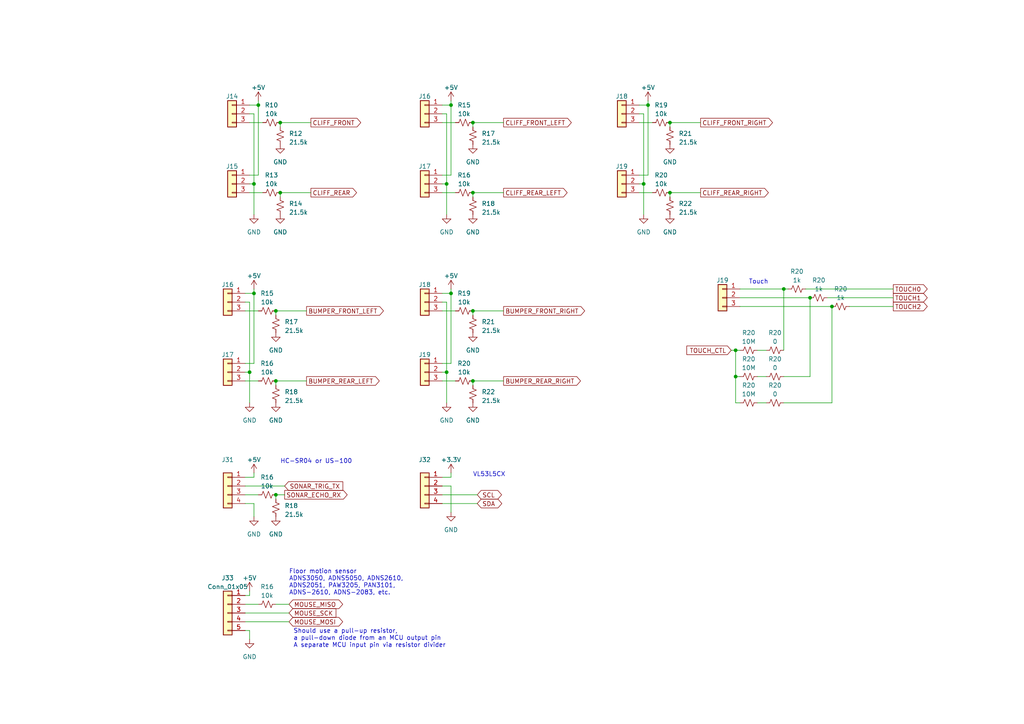
<source format=kicad_sch>
(kicad_sch (version 20230121) (generator eeschema)
  (paper "A4")
  (title_block (title "Sensors"))
  (lib_symbols
    (symbol "Connector_Generic:Conn_01x03" (pin_names (offset 1.016) hide)
      (property "Reference" "J" (at 0 5.08 0))
      (property "Value" "Conn_01x03" (at 0 -5.08 0))
      (symbol "Conn_01x03_1_1"
        (rectangle (start -1.27 -2.413) (end 0 -2.667) (stroke (width 0.1524)))
        (rectangle (start -1.27 0.127) (end 0 -0.127) (stroke (width 0.1524)))
        (rectangle (start -1.27 2.667) (end 0 2.413) (stroke (width 0.1524)))
        (rectangle (start -1.27 3.81) (end 1.27 -3.81) (stroke (width 0.254)) (fill (type background)))
        (pin passive line (at -5.08 2.54 0) (length 3.81) (name "Pin_1") (number "1"))
        (pin passive line (at -5.08 0 0) (length 3.81) (name "Pin_2") (number "2"))
        (pin passive line (at -5.08 -2.54 0) (length 3.81) (name "Pin_3") (number "3"))
      )
    )
    (symbol "Connector_Generic:Conn_01x04" (pin_names (offset 1.016) hide)
      (property "Reference" "J" (at 0 5.08 0))
      (property "Value" "Conn_01x04" (at 0 -7.62 0))
      (symbol "Conn_01x04_1_1"
        (rectangle (start -1.27 -4.953) (end 0 -5.207) (stroke (width 0.1524)))
        (rectangle (start -1.27 -2.413) (end 0 -2.667) (stroke (width 0.1524)))
        (rectangle (start -1.27 0.127) (end 0 -0.127) (stroke (width 0.1524)))
        (rectangle (start -1.27 2.667) (end 0 2.413) (stroke (width 0.1524)))
        (rectangle (start -1.27 3.81) (end 1.27 -6.35) (stroke (width 0.254)) (fill (type background)))
        (pin passive line (at -5.08 2.54 0) (length 3.81) (name "Pin_1") (number "1"))
        (pin passive line (at -5.08 0 0) (length 3.81) (name "Pin_2") (number "2"))
        (pin passive line (at -5.08 -2.54 0) (length 3.81) (name "Pin_3") (number "3"))
        (pin passive line (at -5.08 -5.08 0) (length 3.81) (name "Pin_4") (number "4"))
      )
    )
    (symbol "Connector_Generic:Conn_01x05" (pin_names (offset 1.016) hide)
      (property "Reference" "J" (at 0 7.62 0))
      (property "Value" "Conn_01x05" (at 0 -7.62 0))
      (symbol "Conn_01x05_1_1"
        (rectangle (start -1.27 -4.953) (end 0 -5.207) (stroke (width 0.1524)))
        (rectangle (start -1.27 -2.413) (end 0 -2.667) (stroke (width 0.1524)))
        (rectangle (start -1.27 0.127) (end 0 -0.127) (stroke (width 0.1524)))
        (rectangle (start -1.27 2.667) (end 0 2.413) (stroke (width 0.1524)))
        (rectangle (start -1.27 5.207) (end 0 4.953) (stroke (width 0.1524)))
        (rectangle (start -1.27 6.35) (end 1.27 -6.35) (stroke (width 0.254)) (fill (type background)))
        (pin passive line (at -5.08 5.08 0) (length 3.81) (name "Pin_1") (number "1"))
        (pin passive line (at -5.08 2.54 0) (length 3.81) (name "Pin_2") (number "2"))
        (pin passive line (at -5.08 0 0) (length 3.81) (name "Pin_3") (number "3"))
        (pin passive line (at -5.08 -2.54 0) (length 3.81) (name "Pin_4") (number "4"))
        (pin passive line (at -5.08 -5.08 0) (length 3.81) (name "Pin_5") (number "5"))
      )
    )
    (symbol "Device:R_Small_US" (pin_numbers hide) (pin_names (offset 0.254) hide)
      (property "Reference" "R" (at 0.762 0.508 0))
      (property "Value" "R_Small_US" (at 0.762 -1.016 0))
      (symbol "R_Small_US_1_1"
        (polyline (pts (xy 0 0) (xy 1.016 -0.381) (xy 0 -0.762) (xy -1.016 -1.143) (xy 0 -1.524)))
        (polyline (pts (xy 0 1.524) (xy 1.016 1.143) (xy 0 0.762) (xy -1.016 0.381) (xy 0 0)))
        (pin passive line (at 0 2.54 270) (length 1.016) (name "~") (number "1"))
        (pin passive line (at 0 -2.54 90) (length 1.016) (name "~") (number "2"))
      )
    )
    (symbol "power:+3.3V" (power) (pin_names (offset 0))
      (property "Value" "+3.3V" (at 0 3.556 0))
      (symbol "+3.3V_0_1"
        (polyline (pts (xy -0.762 1.27) (xy 0 2.54)))
        (polyline (pts (xy 0 0) (xy 0 2.54)))
        (polyline (pts (xy 0 2.54) (xy 0.762 1.27)))
      )
      (symbol "+3.3V_1_1"
        (pin power_in line (at 0 0 90) (length 0) hide (name "+3.3V") (number "1"))
      )
    )
    (symbol "power:+5V" (power) (pin_names (offset 0))
      (property "Value" "+5V" (at 0 3.556 0))
      (symbol "+5V_0_1"
        (polyline (pts (xy -0.762 1.27) (xy 0 2.54)))
        (polyline (pts (xy 0 0) (xy 0 2.54)))
        (polyline (pts (xy 0 2.54) (xy 0.762 1.27)))
      )
      (symbol "+5V_1_1"
        (pin power_in line (at 0 0 90) (length 0) hide (name "+5V") (number "1"))
      )
    )
    (symbol "power:GND" (power) (pin_names (offset 0))
      (property "Value" "GND" (at 0 -3.81 0))
      (symbol "GND_0_1"
        (polyline (pts (xy 0 0) (xy 0 -1.27) (xy 1.27 -1.27) (xy 0 -2.54) (xy -1.27 -1.27) (xy 0 -1.27)))
      )
      (symbol "GND_1_1"
        (pin power_in line (at 0 0 270) (length 0) hide (name "GND") (number "1"))
      )
    )
  )
  (junction (at 137.16 35.56))
  (junction (at 137.16 110.49))
  (junction (at 130.81 30.48))
  (junction (at 213.36 101.6))
  (junction (at 227.33 83.82))
  (junction (at 194.31 35.56))
  (junction (at 72.39 107.95))
  (junction (at 194.31 55.88))
  (junction (at 129.54 107.95))
  (junction (at 73.66 53.34))
  (junction (at 80.01 110.49))
  (junction (at 213.36 109.22))
  (junction (at 137.16 55.88))
  (junction (at 186.69 53.34))
  (junction (at 137.16 90.17))
  (junction (at 81.28 35.56))
  (junction (at 80.01 143.51))
  (junction (at 187.96 30.48))
  (junction (at 80.01 90.17))
  (junction (at 241.3 88.9))
  (junction (at 81.28 55.88))
  (junction (at 130.81 85.09))
  (junction (at 73.66 85.09))
  (junction (at 74.93 30.48))
  (junction (at 234.95 86.36))
  (junction (at 129.54 53.34))
  (wire (pts (xy 137.16 110.49) (xy 146.05 110.49)))
  (wire (pts (xy 128.27 35.56) (xy 132.08 35.56)))
  (wire (pts (xy 128.27 53.34) (xy 129.54 53.34)))
  (wire (pts (xy 214.63 83.82) (xy 227.33 83.82)))
  (wire (pts (xy 72.39 30.48) (xy 74.93 30.48)))
  (wire (pts (xy 71.12 175.26) (xy 74.93 175.26)))
  (wire (pts (xy 71.12 177.8) (xy 83.82 177.8)))
  (wire (pts (xy 73.66 33.02) (xy 73.66 53.34)))
  (wire (pts (xy 213.36 101.6) (xy 214.63 101.6)))
  (wire (pts (xy 71.12 172.72) (xy 72.39 172.72)))
  (wire (pts (xy 128.27 143.51) (xy 138.43 143.51)))
  (wire (pts (xy 137.16 35.56) (xy 146.05 35.56)))
  (wire (pts (xy 72.39 171.45) (xy 72.39 172.72)))
  (wire (pts (xy 185.42 30.48) (xy 187.96 30.48)))
  (wire (pts (xy 80.01 90.17) (xy 80.01 91.44)))
  (wire (pts (xy 234.95 86.36) (xy 234.95 109.22)))
  (wire (pts (xy 73.66 146.05) (xy 73.66 149.86)))
  (wire (pts (xy 128.27 107.95) (xy 129.54 107.95)))
  (wire (pts (xy 129.54 53.34) (xy 129.54 62.23)))
  (wire (pts (xy 128.27 33.02) (xy 129.54 33.02)))
  (wire (pts (xy 214.63 86.36) (xy 234.95 86.36)))
  (wire (pts (xy 246.38 88.9) (xy 259.08 88.9)))
  (wire (pts (xy 71.12 87.63) (xy 72.39 87.63)))
  (wire (pts (xy 128.27 146.05) (xy 138.43 146.05)))
  (wire (pts (xy 71.12 85.09) (xy 73.66 85.09)))
  (wire (pts (xy 73.66 137.16) (xy 73.66 138.43)))
  (wire (pts (xy 185.42 55.88) (xy 189.23 55.88)))
  (wire (pts (xy 81.28 35.56) (xy 81.28 36.83)))
  (wire (pts (xy 128.27 140.97) (xy 130.81 140.97)))
  (wire (pts (xy 72.39 182.88) (xy 72.39 185.42)))
  (wire (pts (xy 71.12 146.05) (xy 73.66 146.05)))
  (wire (pts (xy 74.93 29.21) (xy 74.93 30.48)))
  (wire (pts (xy 71.12 107.95) (xy 72.39 107.95)))
  (wire (pts (xy 227.33 101.6) (xy 227.33 83.82)))
  (wire (pts (xy 128.27 105.41) (xy 130.81 105.41)))
  (wire (pts (xy 137.16 55.88) (xy 146.05 55.88)))
  (wire (pts (xy 72.39 35.56) (xy 76.2 35.56)))
  (wire (pts (xy 71.12 140.97) (xy 82.55 140.97)))
  (wire (pts (xy 227.33 83.82) (xy 228.6 83.82)))
  (wire (pts (xy 128.27 90.17) (xy 132.08 90.17)))
  (wire (pts (xy 130.81 85.09) (xy 130.81 105.41)))
  (wire (pts (xy 233.68 83.82) (xy 259.08 83.82)))
  (wire (pts (xy 194.31 35.56) (xy 194.31 36.83)))
  (wire (pts (xy 227.33 109.22) (xy 234.95 109.22)))
  (wire (pts (xy 72.39 107.95) (xy 72.39 116.84)))
  (wire (pts (xy 129.54 107.95) (xy 129.54 116.84)))
  (wire (pts (xy 129.54 33.02) (xy 129.54 53.34)))
  (wire (pts (xy 130.81 140.97) (xy 130.81 148.59)))
  (wire (pts (xy 213.36 109.22) (xy 213.36 116.84)))
  (wire (pts (xy 80.01 110.49) (xy 88.9 110.49)))
  (wire (pts (xy 219.71 109.22) (xy 222.25 109.22)))
  (wire (pts (xy 74.93 30.48) (xy 74.93 50.8)))
  (wire (pts (xy 130.81 30.48) (xy 130.81 50.8)))
  (wire (pts (xy 128.27 55.88) (xy 132.08 55.88)))
  (wire (pts (xy 240.03 86.36) (xy 259.08 86.36)))
  (wire (pts (xy 128.27 138.43) (xy 130.81 138.43)))
  (wire (pts (xy 186.69 33.02) (xy 186.69 53.34)))
  (wire (pts (xy 128.27 110.49) (xy 132.08 110.49)))
  (wire (pts (xy 137.16 55.88) (xy 137.16 57.15)))
  (wire (pts (xy 72.39 33.02) (xy 73.66 33.02)))
  (wire (pts (xy 137.16 110.49) (xy 137.16 111.76)))
  (wire (pts (xy 72.39 55.88) (xy 76.2 55.88)))
  (wire (pts (xy 81.28 55.88) (xy 81.28 57.15)))
  (wire (pts (xy 128.27 50.8) (xy 130.81 50.8)))
  (wire (pts (xy 213.36 101.6) (xy 213.36 109.22)))
  (wire (pts (xy 80.01 143.51) (xy 80.01 144.78)))
  (wire (pts (xy 185.42 35.56) (xy 189.23 35.56)))
  (wire (pts (xy 194.31 55.88) (xy 203.2 55.88)))
  (wire (pts (xy 80.01 175.26) (xy 83.82 175.26)))
  (wire (pts (xy 80.01 90.17) (xy 88.9 90.17)))
  (wire (pts (xy 71.12 182.88) (xy 72.39 182.88)))
  (wire (pts (xy 71.12 90.17) (xy 74.93 90.17)))
  (wire (pts (xy 71.12 138.43) (xy 73.66 138.43)))
  (wire (pts (xy 73.66 53.34) (xy 73.66 62.23)))
  (wire (pts (xy 130.81 137.16) (xy 130.81 138.43)))
  (wire (pts (xy 212.09 101.6) (xy 213.36 101.6)))
  (wire (pts (xy 187.96 29.21) (xy 187.96 30.48)))
  (wire (pts (xy 81.28 55.88) (xy 90.17 55.88)))
  (wire (pts (xy 81.28 35.56) (xy 90.17 35.56)))
  (wire (pts (xy 80.01 143.51) (xy 82.55 143.51)))
  (wire (pts (xy 194.31 55.88) (xy 194.31 57.15)))
  (wire (pts (xy 130.81 29.21) (xy 130.81 30.48)))
  (wire (pts (xy 186.69 53.34) (xy 186.69 62.23)))
  (wire (pts (xy 185.42 33.02) (xy 186.69 33.02)))
  (wire (pts (xy 213.36 116.84) (xy 214.63 116.84)))
  (wire (pts (xy 80.01 110.49) (xy 80.01 111.76)))
  (wire (pts (xy 72.39 53.34) (xy 73.66 53.34)))
  (wire (pts (xy 137.16 90.17) (xy 146.05 90.17)))
  (wire (pts (xy 71.12 110.49) (xy 74.93 110.49)))
  (wire (pts (xy 73.66 83.82) (xy 73.66 85.09)))
  (wire (pts (xy 213.36 109.22) (xy 214.63 109.22)))
  (wire (pts (xy 227.33 116.84) (xy 241.3 116.84)))
  (wire (pts (xy 214.63 88.9) (xy 241.3 88.9)))
  (wire (pts (xy 137.16 90.17) (xy 137.16 91.44)))
  (wire (pts (xy 219.71 116.84) (xy 222.25 116.84)))
  (wire (pts (xy 128.27 30.48) (xy 130.81 30.48)))
  (wire (pts (xy 194.31 35.56) (xy 203.2 35.56)))
  (wire (pts (xy 128.27 87.63) (xy 129.54 87.63)))
  (wire (pts (xy 185.42 53.34) (xy 186.69 53.34)))
  (wire (pts (xy 129.54 87.63) (xy 129.54 107.95)))
  (wire (pts (xy 130.81 83.82) (xy 130.81 85.09)))
  (wire (pts (xy 219.71 101.6) (xy 222.25 101.6)))
  (wire (pts (xy 73.66 85.09) (xy 73.66 105.41)))
  (wire (pts (xy 185.42 50.8) (xy 187.96 50.8)))
  (wire (pts (xy 71.12 143.51) (xy 74.93 143.51)))
  (wire (pts (xy 241.3 88.9) (xy 241.3 116.84)))
  (wire (pts (xy 72.39 87.63) (xy 72.39 107.95)))
  (wire (pts (xy 128.27 85.09) (xy 130.81 85.09)))
  (wire (pts (xy 72.39 50.8) (xy 74.93 50.8)))
  (wire (pts (xy 71.12 105.41) (xy 73.66 105.41)))
  (wire (pts (xy 137.16 35.56) (xy 137.16 36.83)))
  (wire (pts (xy 187.96 30.48) (xy 187.96 50.8)))
  (wire (pts (xy 71.12 180.34) (xy 83.82 180.34)))
  (text "Floor motion sensor\nADNS3050, ADNS5050, ADNS2610,\nADNS2051, PAW3205, PAN3101,\nADNS-2610, ADNS-2083, etc." (at 83.82 172.72 0) (effects (font (size 1.27 1.27)) (justify left bottom)))
  (text "Touch" (at 217.17 82.55 0) (effects (font (size 1.27 1.27)) (justify left bottom)))
  (text "HC-SR04 or US-100" (at 81.28 134.62 0) (effects (font (size 1.27 1.27)) (justify left bottom)))
  (text "VL53L5CX" (at 137.16 138.43 0) (effects (font (size 1.27 1.27)) (justify left bottom)))
  (text "Should use a pull-up resistor,\na pull-down diode from an MCU output pin\nA separate MCU input pin via resistor divider" (at 85.09 187.96 0) (effects (font (size 1.27 1.27)) (justify left bottom)))
  (global_label "CLIFF_REAR_RIGHT" (shape output) (at 203.2 55.88 0) (property "Intersheetrefs" "${INTERSHEET_REFS}" (effects hide)))
  (global_label "SDA" (shape bidirectional) (at 138.43 146.05 0) (property "Intersheetrefs" "${INTERSHEET_REFS}" (effects hide)))
  (global_label "CLIFF_REAR_LEFT" (shape output) (at 146.05 55.88 0) (property "Intersheetrefs" "${INTERSHEET_REFS}" (effects hide)))
  (global_label "CLIFF_REAR" (shape output) (at 90.17 55.88 0) (property "Intersheetrefs" "${INTERSHEET_REFS}" (effects hide)))
  (global_label "CLIFF_FRONT_LEFT" (shape output) (at 146.05 35.56 0) (property "Intersheetrefs" "${INTERSHEET_REFS}" (effects hide)))
  (global_label "TOUCH0" (shape output) (at 259.08 83.82 0) (property "Intersheetrefs" "${INTERSHEET_REFS}" (effects hide)))
  (global_label "BUMPER_REAR_LEFT" (shape output) (at 88.9 110.49 0) (property "Intersheetrefs" "${INTERSHEET_REFS}" (effects hide)))
  (global_label "TOUCH1" (shape output) (at 259.08 86.36 0) (property "Intersheetrefs" "${INTERSHEET_REFS}" (effects hide)))
  (global_label "MOUSE_SCK" (shape input) (at 83.82 177.8 0) (property "Intersheetrefs" "${INTERSHEET_REFS}" (effects hide)))
  (global_label "TOUCH2" (shape output) (at 259.08 88.9 0) (property "Intersheetrefs" "${INTERSHEET_REFS}" (effects hide)))
  (global_label "CLIFF_FRONT_RIGHT" (shape output) (at 203.2 35.56 0) (property "Intersheetrefs" "${INTERSHEET_REFS}" (effects hide)))
  (global_label "TOUCH_CTL" (shape input) (at 212.09 101.6 180) (property "Intersheetrefs" "${INTERSHEET_REFS}" (effects hide)))
  (global_label "MOUSE_MISO" (shape bidirectional) (at 83.82 175.26 0) (property "Intersheetrefs" "${INTERSHEET_REFS}" (effects hide)))
  (global_label "MOUSE_MOSI" (shape bidirectional) (at 83.82 180.34 0) (property "Intersheetrefs" "${INTERSHEET_REFS}" (effects hide)))
  (global_label "BUMPER_REAR_RIGHT" (shape output) (at 146.05 110.49 0) (property "Intersheetrefs" "${INTERSHEET_REFS}" (effects hide)))
  (global_label "SONAR_ECHO_RX" (shape output) (at 82.55 143.51 0) (property "Intersheetrefs" "${INTERSHEET_REFS}" (effects hide)))
  (global_label "SONAR_TRIG_TX" (shape input) (at 82.55 140.97 0) (property "Intersheetrefs" "${INTERSHEET_REFS}" (effects hide)))
  (global_label "SCL" (shape bidirectional) (at 138.43 143.51 0) (property "Intersheetrefs" "${INTERSHEET_REFS}" (effects hide)))
  (global_label "BUMPER_FRONT_RIGHT" (shape output) (at 146.05 90.17 0) (property "Intersheetrefs" "${INTERSHEET_REFS}" (effects hide)))
  (global_label "BUMPER_FRONT_LEFT" (shape output) (at 88.9 90.17 0) (property "Intersheetrefs" "${INTERSHEET_REFS}" (effects hide)))
  (global_label "CLIFF_FRONT" (shape output) (at 90.17 35.56 0) (property "Intersheetrefs" "${INTERSHEET_REFS}" (effects hide)))
  (symbol (lib_id "power:GND") (at 73.66 149.86 0) (unit 1)
    (property "Reference" "#PWR032" (effects hide))
    (property "Value" "GND" (at 73.66 154.94 0))
    (instances (project "Kaia_v2" (path "" (reference "#PWR032") (unit 1)) (path "" (reference "#PWR051") (unit 1))))
  )
  (symbol (lib_id "power:+5V") (at 187.96 29.21 0) (unit 1)
    (property "Reference" "#PWR037" (effects hide))
    (property "Value" "+5V" (at 187.96 25.4 0))
  )
  (symbol (lib_id "power:+5V") (at 73.66 83.82 0) (unit 1)
    (property "Reference" "#PWR033" (effects hide))
    (property "Value" "+5V" (at 73.66 80.01 0))
    (instances (project "Kaia_v2" (path "" (reference "#PWR033") (unit 1)) (path "" (reference "#PWR043") (unit 1))))
  )
  (symbol (lib_id "power:GND") (at 80.01 149.86 0) (unit 1)
    (property "Reference" "#PWR032" (effects hide))
    (property "Value" "GND" (at 80.01 154.94 0))
    (instances (project "Kaia_v2" (path "" (reference "#PWR032") (unit 1)) (path "" (reference "#PWR052") (unit 1))))
  )
  (symbol (lib_id "Device:R_Small_US") (at 217.17 116.84 270) (unit 1)
    (property "Reference" "R20" (at 217.17 111.76 90))
    (property "Value" "10M" (at 217.17 114.3 90))
    (instances (project "Kaia_v2" (path "" (reference "R20") (unit 1)) (path "" (reference "R36") (unit 1))))
  )
  (symbol (lib_id "power:GND") (at 194.31 41.91 0) (unit 1)
    (property "Reference" "#PWR038" (effects hide))
    (property "Value" "GND" (at 194.31 46.99 0))
  )
  (symbol (lib_id "Device:R_Small_US") (at 77.47 110.49 270) (unit 1)
    (property "Reference" "R16" (at 77.47 105.41 90))
    (property "Value" "10k" (at 77.47 107.95 90))
    (instances (project "Kaia_v2" (path "" (reference "R16") (unit 1)) (path "" (reference "R24") (unit 1))))
  )
  (symbol (lib_id "power:GND") (at 186.69 62.23 0) (unit 1)
    (property "Reference" "#PWR036" (effects hide))
    (property "Value" "GND" (at 186.69 67.31 0))
  )
  (symbol (lib_id "power:GND") (at 81.28 41.91 0) (unit 1)
    (property "Reference" "#PWR030" (effects hide))
    (property "Value" "GND" (at 81.28 46.99 0))
  )
  (symbol (lib_id "Device:R_Small_US") (at 191.77 35.56 270) (unit 1)
    (property "Reference" "R19" (at 191.77 30.48 90))
    (property "Value" "10k" (at 191.77 33.02 90))
  )
  (symbol (lib_id "power:GND") (at 137.16 41.91 0) (unit 1)
    (property "Reference" "#PWR034" (effects hide))
    (property "Value" "GND" (at 137.16 46.99 0))
  )
  (symbol (lib_id "power:GND") (at 72.39 116.84 0) (unit 1)
    (property "Reference" "#PWR032" (effects hide))
    (property "Value" "GND" (at 72.39 121.92 0))
    (instances (project "Kaia_v2" (path "" (reference "#PWR032") (unit 1)) (path "" (reference "#PWR042") (unit 1))))
  )
  (symbol (lib_id "power:GND") (at 137.16 62.23 0) (unit 1)
    (property "Reference" "#PWR035" (effects hide))
    (property "Value" "GND" (at 137.16 67.31 0))
  )
  (symbol (lib_id "Connector_Generic:Conn_01x03") (at 123.19 107.95 0) (mirror y) (unit 1)
    (property "Reference" "J19" (at 123.19 102.87 0))
    (property "Value" "Conn_01x03" (effects hide))
    (instances (project "Kaia_v2" (path "" (reference "J19") (unit 1)) (path "" (reference "J29") (unit 1))))
  )
  (symbol (lib_id "Device:R_Small_US") (at 237.49 86.36 270) (unit 1)
    (property "Reference" "R20" (at 237.49 81.28 90))
    (property "Value" "1k" (at 237.49 83.82 90))
    (instances (project "Kaia_v2" (path "" (reference "R20") (unit 1)) (path "" (reference "R40") (unit 1))))
  )
  (symbol (lib_id "Device:R_Small_US") (at 137.16 59.69 180) (unit 1)
    (property "Reference" "R18" (at 139.7 59.055 0) (effects (justify right)))
    (property "Value" "21.5k" (at 139.7 61.595 0) (effects (justify right)))
  )
  (symbol (lib_id "Device:R_Small_US") (at 217.17 101.6 270) (unit 1)
    (property "Reference" "R20" (at 217.17 96.52 90))
    (property "Value" "10M" (at 217.17 99.06 90))
    (instances (project "Kaia_v2" (path "" (reference "R20") (unit 1)) (path "" (reference "R31") (unit 1))))
  )
  (symbol (lib_id "power:+3.3V") (at 130.81 137.16 0) (unit 1)
    (property "Reference" "#PWR054" (effects hide))
    (property "Value" "+3.3V" (at 130.81 133.35 0))
  )
  (symbol (lib_id "Device:R_Small_US") (at 81.28 59.69 180) (unit 1)
    (property "Reference" "R14" (at 83.82 59.055 0) (effects (justify right)))
    (property "Value" "21.5k" (at 83.82 61.595 0) (effects (justify right)))
  )
  (symbol (lib_id "Device:R_Small_US") (at 191.77 55.88 270) (unit 1)
    (property "Reference" "R20" (at 191.77 50.8 90))
    (property "Value" "10k" (at 191.77 53.34 90))
  )
  (symbol (lib_id "Device:R_Small_US") (at 224.79 101.6 270) (unit 1)
    (property "Reference" "R20" (at 224.79 96.52 90))
    (property "Value" "0" (at 224.79 99.06 90))
    (instances (project "Kaia_v2" (path "" (reference "R20") (unit 1)) (path "" (reference "R32") (unit 1))))
  )
  (symbol (lib_id "power:GND") (at 72.39 185.42 0) (unit 1)
    (property "Reference" "#PWR032" (effects hide))
    (property "Value" "GND" (at 72.39 190.5 0))
    (instances (project "Kaia_v2" (path "" (reference "#PWR032") (unit 1)) (path "" (reference "#PWR057") (unit 1))))
  )
  (symbol (lib_id "Connector_Generic:Conn_01x03") (at 123.19 33.02 0) (mirror y) (unit 1)
    (property "Reference" "J16" (at 123.19 27.94 0))
    (property "Value" "Conn_01x03" (effects hide))
  )
  (symbol (lib_id "Connector_Generic:Conn_01x03") (at 123.19 87.63 0) (mirror y) (unit 1)
    (property "Reference" "J18" (at 123.19 82.55 0))
    (property "Value" "Conn_01x03" (effects hide))
    (instances (project "Kaia_v2" (path "" (reference "J18") (unit 1)) (path "" (reference "J28") (unit 1))))
  )
  (symbol (lib_id "power:GND") (at 130.81 148.59 0) (unit 1)
    (property "Reference" "#PWR036" (effects hide))
    (property "Value" "GND" (at 130.81 153.67 0))
    (instances (project "Kaia_v2" (path "" (reference "#PWR036") (unit 1)) (path "" (reference "#PWR055") (unit 1))))
  )
  (symbol (lib_id "Device:R_Small_US") (at 77.47 90.17 270) (unit 1)
    (property "Reference" "R15" (at 77.47 85.09 90))
    (property "Value" "10k" (at 77.47 87.63 90))
    (instances (project "Kaia_v2" (path "" (reference "R15") (unit 1)) (path "" (reference "R23") (unit 1))))
  )
  (symbol (lib_id "Connector_Generic:Conn_01x04") (at 66.04 140.97 0) (mirror y) (unit 1)
    (property "Reference" "J31" (at 66.04 133.35 0))
    (property "Value" "Conn_01x04" (effects hide))
  )
  (symbol (lib_id "Device:R_Small_US") (at 137.16 114.3 180) (unit 1)
    (property "Reference" "R22" (at 139.7 113.665 0) (effects (justify right)))
    (property "Value" "21.5k" (at 139.7 116.205 0) (effects (justify right)))
    (instances (project "Kaia_v2" (path "" (reference "R22") (unit 1)) (path "" (reference "R30") (unit 1))))
  )
  (symbol (lib_id "Connector_Generic:Conn_01x03") (at 209.55 86.36 0) (mirror y) (unit 1)
    (property "Reference" "J19" (at 209.55 81.28 0))
    (property "Value" "Conn_01x03" (effects hide))
    (instances (project "Kaia_v2" (path "" (reference "J19") (unit 1)) (path "" (reference "J30") (unit 1))))
  )
  (symbol (lib_id "Device:R_Small_US") (at 224.79 109.22 270) (unit 1)
    (property "Reference" "R20" (at 224.79 104.14 90))
    (property "Value" "0" (at 224.79 106.68 90))
    (instances (project "Kaia_v2" (path "" (reference "R20") (unit 1)) (path "" (reference "R35") (unit 1))))
  )
  (symbol (lib_id "Device:R_Small_US") (at 81.28 39.37 180) (unit 1)
    (property "Reference" "R12" (at 83.82 38.735 0) (effects (justify right)))
    (property "Value" "21.5k" (at 83.82 41.275 0) (effects (justify right)))
  )
  (symbol (lib_id "Device:R_Small_US") (at 137.16 93.98 180) (unit 1)
    (property "Reference" "R21" (at 139.7 93.345 0) (effects (justify right)))
    (property "Value" "21.5k" (at 139.7 95.885 0) (effects (justify right)))
    (instances (project "Kaia_v2" (path "" (reference "R21") (unit 1)) (path "" (reference "R29") (unit 1))))
  )
  (symbol (lib_id "power:+5V") (at 130.81 29.21 0) (unit 1)
    (property "Reference" "#PWR033" (effects hide))
    (property "Value" "+5V" (at 130.81 25.4 0))
  )
  (symbol (lib_id "power:+5V") (at 130.81 83.82 0) (unit 1)
    (property "Reference" "#PWR037" (effects hide))
    (property "Value" "+5V" (at 130.81 80.01 0))
    (instances (project "Kaia_v2" (path "" (reference "#PWR037") (unit 1)) (path "" (reference "#PWR047") (unit 1))))
  )
  (symbol (lib_id "Device:R_Small_US") (at 134.62 55.88 270) (unit 1)
    (property "Reference" "R16" (at 134.62 50.8 90))
    (property "Value" "10k" (at 134.62 53.34 90))
  )
  (symbol (lib_id "Device:R_Small_US") (at 134.62 90.17 270) (unit 1)
    (property "Reference" "R19" (at 134.62 85.09 90))
    (property "Value" "10k" (at 134.62 87.63 90))
    (instances (project "Kaia_v2" (path "" (reference "R19") (unit 1)) (path "" (reference "R27") (unit 1))))
  )
  (symbol (lib_id "Device:R_Small_US") (at 137.16 39.37 180) (unit 1)
    (property "Reference" "R17" (at 139.7 38.735 0) (effects (justify right)))
    (property "Value" "21.5k" (at 139.7 41.275 0) (effects (justify right)))
  )
  (symbol (lib_id "Connector_Generic:Conn_01x03") (at 67.31 33.02 0) (mirror y) (unit 1)
    (property "Reference" "J14" (at 67.31 27.94 0))
    (property "Value" "Conn_01x03" (effects hide))
  )
  (symbol (lib_id "power:GND") (at 137.16 96.52 0) (unit 1)
    (property "Reference" "#PWR038" (effects hide))
    (property "Value" "GND" (at 137.16 101.6 0))
    (instances (project "Kaia_v2" (path "" (reference "#PWR038") (unit 1)) (path "" (reference "#PWR048") (unit 1))))
  )
  (symbol (lib_id "power:+5V") (at 74.93 29.21 0) (unit 1)
    (property "Reference" "#PWR021" (effects hide))
    (property "Value" "+5V" (at 74.93 25.4 0))
  )
  (symbol (lib_id "Device:R_Small_US") (at 80.01 147.32 180) (unit 1)
    (property "Reference" "R18" (at 82.55 146.685 0) (effects (justify right)))
    (property "Value" "21.5k" (at 82.55 149.225 0) (effects (justify right)))
    (instances (project "Kaia_v2" (path "" (reference "R18") (unit 1)) (path "" (reference "R44") (unit 1))))
  )
  (symbol (lib_id "Connector_Generic:Conn_01x05") (at 66.04 177.8 0) (mirror y) (unit 1)
    (property "Reference" "J33" (at 66.04 167.64 0))
    (property "Value" "Conn_01x05" (at 66.04 170.18 0))
  )
  (symbol (lib_id "power:GND") (at 194.31 62.23 0) (unit 1)
    (property "Reference" "#PWR039" (effects hide))
    (property "Value" "GND" (at 194.31 67.31 0))
  )
  (symbol (lib_id "Device:R_Small_US") (at 224.79 116.84 270) (unit 1)
    (property "Reference" "R20" (at 224.79 111.76 90))
    (property "Value" "0" (at 224.79 114.3 90))
    (instances (project "Kaia_v2" (path "" (reference "R20") (unit 1)) (path "" (reference "R37") (unit 1))))
  )
  (symbol (lib_id "Connector_Generic:Conn_01x04") (at 123.19 140.97 0) (mirror y) (unit 1)
    (property "Reference" "J32" (at 123.19 133.35 0))
    (property "Value" "Conn_01x04" (effects hide))
  )
  (symbol (lib_id "Device:R_Small_US") (at 231.14 83.82 270) (unit 1)
    (property "Reference" "R20" (at 231.14 78.74 90))
    (property "Value" "1k" (at 231.14 81.28 90))
    (instances (project "Kaia_v2" (path "" (reference "R20") (unit 1)) (path "" (reference "R33") (unit 1))))
  )
  (symbol (lib_id "Connector_Generic:Conn_01x03") (at 123.19 53.34 0) (mirror y) (unit 1)
    (property "Reference" "J17" (at 123.19 48.26 0))
    (property "Value" "Conn_01x03" (effects hide))
  )
  (symbol (lib_id "Connector_Generic:Conn_01x03") (at 180.34 33.02 0) (mirror y) (unit 1)
    (property "Reference" "J18" (at 180.34 27.94 0))
    (property "Value" "Conn_01x03" (effects hide))
  )
  (symbol (lib_id "power:GND") (at 81.28 62.23 0) (unit 1)
    (property "Reference" "#PWR031" (effects hide))
    (property "Value" "GND" (at 81.28 67.31 0))
  )
  (symbol (lib_id "Device:R_Small_US") (at 77.47 143.51 270) (unit 1)
    (property "Reference" "R16" (at 77.47 138.43 90))
    (property "Value" "10k" (at 77.47 140.97 90))
    (instances (project "Kaia_v2" (path "" (reference "R16") (unit 1)) (path "" (reference "R43") (unit 1))))
  )
  (symbol (lib_id "power:GND") (at 80.01 116.84 0) (unit 1)
    (property "Reference" "#PWR035" (effects hide))
    (property "Value" "GND" (at 80.01 121.92 0))
    (instances (project "Kaia_v2" (path "" (reference "#PWR035") (unit 1)) (path "" (reference "#PWR045") (unit 1))))
  )
  (symbol (lib_id "power:GND") (at 129.54 62.23 0) (unit 1)
    (property "Reference" "#PWR032" (effects hide))
    (property "Value" "GND" (at 129.54 67.31 0))
  )
  (symbol (lib_id "Device:R_Small_US") (at 78.74 55.88 270) (unit 1)
    (property "Reference" "R13" (at 78.74 50.8 90))
    (property "Value" "10k" (at 78.74 53.34 90))
  )
  (symbol (lib_id "Device:R_Small_US") (at 194.31 39.37 180) (unit 1)
    (property "Reference" "R21" (at 196.85 38.735 0) (effects (justify right)))
    (property "Value" "21.5k" (at 196.85 41.275 0) (effects (justify right)))
  )
  (symbol (lib_id "power:+5V") (at 73.66 137.16 0) (unit 1)
    (property "Reference" "#PWR033" (effects hide))
    (property "Value" "+5V" (at 73.66 133.35 0))
    (instances (project "Kaia_v2" (path "" (reference "#PWR033") (unit 1)) (path "" (reference "#PWR050") (unit 1))))
  )
  (symbol (lib_id "Connector_Generic:Conn_01x03") (at 180.34 53.34 0) (mirror y) (unit 1)
    (property "Reference" "J19" (at 180.34 48.26 0))
    (property "Value" "Conn_01x03" (effects hide))
  )
  (symbol (lib_id "Device:R_Small_US") (at 77.47 175.26 270) (unit 1)
    (property "Reference" "R16" (at 77.47 170.18 90))
    (property "Value" "10k" (at 77.47 172.72 90))
    (instances (project "Kaia_v2" (path "" (reference "R16") (unit 1)) (path "" (reference "R45") (unit 1))))
  )
  (symbol (lib_id "power:GND") (at 137.16 116.84 0) (unit 1)
    (property "Reference" "#PWR039" (effects hide))
    (property "Value" "GND" (at 137.16 121.92 0))
    (instances (project "Kaia_v2" (path "" (reference "#PWR039") (unit 1)) (path "" (reference "#PWR049") (unit 1))))
  )
  (symbol (lib_id "Device:R_Small_US") (at 80.01 93.98 180) (unit 1)
    (property "Reference" "R17" (at 82.55 93.345 0) (effects (justify right)))
    (property "Value" "21.5k" (at 82.55 95.885 0) (effects (justify right)))
    (instances (project "Kaia_v2" (path "" (reference "R17") (unit 1)) (path "" (reference "R25") (unit 1))))
  )
  (symbol (lib_id "Device:R_Small_US") (at 217.17 109.22 270) (unit 1)
    (property "Reference" "R20" (at 217.17 104.14 90))
    (property "Value" "10M" (at 217.17 106.68 90))
    (instances (project "Kaia_v2" (path "" (reference "R20") (unit 1)) (path "" (reference "R34") (unit 1))))
  )
  (symbol (lib_id "power:GND") (at 80.01 96.52 0) (unit 1)
    (property "Reference" "#PWR034" (effects hide))
    (property "Value" "GND" (at 80.01 101.6 0))
    (instances (project "Kaia_v2" (path "" (reference "#PWR034") (unit 1)) (path "" (reference "#PWR044") (unit 1))))
  )
  (symbol (lib_id "Device:R_Small_US") (at 243.84 88.9 270) (unit 1)
    (property "Reference" "R20" (at 243.84 83.82 90))
    (property "Value" "1k" (at 243.84 86.36 90))
    (instances (project "Kaia_v2" (path "" (reference "R20") (unit 1)) (path "" (reference "R41") (unit 1))))
  )
  (symbol (lib_id "Device:R_Small_US") (at 80.01 114.3 180) (unit 1)
    (property "Reference" "R18" (at 82.55 113.665 0) (effects (justify right)))
    (property "Value" "21.5k" (at 82.55 116.205 0) (effects (justify right)))
    (instances (project "Kaia_v2" (path "" (reference "R18") (unit 1)) (path "" (reference "R26") (unit 1))))
  )
  (symbol (lib_id "Device:R_Small_US") (at 134.62 35.56 270) (unit 1)
    (property "Reference" "R15" (at 134.62 30.48 90))
    (property "Value" "10k" (at 134.62 33.02 90))
  )
  (symbol (lib_id "Connector_Generic:Conn_01x03") (at 67.31 53.34 0) (mirror y) (unit 1)
    (property "Reference" "J15" (at 67.31 48.26 0))
    (property "Value" "Conn_01x03" (effects hide))
  )
  (symbol (lib_id "Connector_Generic:Conn_01x03") (at 66.04 107.95 0) (mirror y) (unit 1)
    (property "Reference" "J17" (at 66.04 102.87 0))
    (property "Value" "Conn_01x03" (effects hide))
    (instances (project "Kaia_v2" (path "" (reference "J17") (unit 1)) (path "" (reference "J27") (unit 1))))
  )
  (symbol (lib_id "power:+5V") (at 72.39 171.45 0) (unit 1)
    (property "Reference" "#PWR033" (effects hide))
    (property "Value" "+5V" (at 72.39 167.64 0))
    (instances (project "Kaia_v2" (path "" (reference "#PWR033") (unit 1)) (path "" (reference "#PWR056") (unit 1))))
  )
  (symbol (lib_id "Device:R_Small_US") (at 194.31 59.69 180) (unit 1)
    (property "Reference" "R22" (at 196.85 59.055 0) (effects (justify right)))
    (property "Value" "21.5k" (at 196.85 61.595 0) (effects (justify right)))
  )
  (symbol (lib_id "Device:R_Small_US") (at 78.74 35.56 270) (unit 1)
    (property "Reference" "R10" (at 78.74 30.48 90))
    (property "Value" "10k" (at 78.74 33.02 90))
  )
  (symbol (lib_id "power:GND") (at 129.54 116.84 0) (unit 1)
    (property "Reference" "#PWR036" (effects hide))
    (property "Value" "GND" (at 129.54 121.92 0))
    (instances (project "Kaia_v2" (path "" (reference "#PWR036") (unit 1)) (path "" (reference "#PWR046") (unit 1))))
  )
  (symbol (lib_id "Device:R_Small_US") (at 134.62 110.49 270) (unit 1)
    (property "Reference" "R20" (at 134.62 105.41 90))
    (property "Value" "10k" (at 134.62 107.95 90))
    (instances (project "Kaia_v2" (path "" (reference "R20") (unit 1)) (path "" (reference "R28") (unit 1))))
  )
  (symbol (lib_id "power:GND") (at 73.66 62.23 0) (unit 1)
    (property "Reference" "#PWR024" (effects hide))
    (property "Value" "GND" (at 73.66 67.31 0))
  )
  (symbol (lib_id "Connector_Generic:Conn_01x03") (at 66.04 87.63 0) (mirror y) (unit 1)
    (property "Reference" "J16" (at 66.04 82.55 0))
    (property "Value" "Conn_01x03" (effects hide))
    (instances (project "Kaia_v2" (path "" (reference "J16") (unit 1)) (path "" (reference "J26") (unit 1))))
  )
)
</source>
